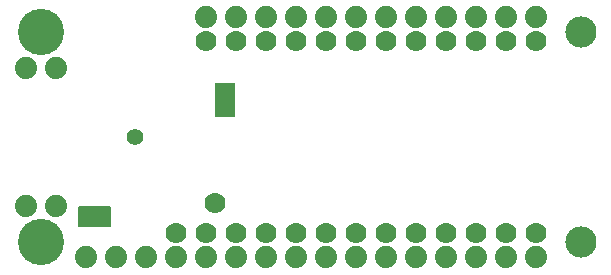
<source format=gbr>
G04 EAGLE Gerber RS-274X export*
G75*
%MOMM*%
%FSLAX34Y34*%
%LPD*%
%INSoldermask Bottom*%
%IPPOS*%
%AMOC8*
5,1,8,0,0,1.08239X$1,22.5*%
G01*
%ADD10C,2.641600*%
%ADD11C,3.911600*%
%ADD12C,1.879600*%
%ADD13C,1.401600*%
%ADD14C,1.778000*%
%ADD15R,1.270000X1.701800*%
%ADD16R,0.736600X0.304800*%
%ADD17R,1.651000X2.921000*%

G36*
X83938Y38116D02*
X83938Y38116D01*
X84057Y38123D01*
X84095Y38136D01*
X84136Y38141D01*
X84246Y38184D01*
X84359Y38221D01*
X84394Y38243D01*
X84431Y38258D01*
X84527Y38328D01*
X84628Y38391D01*
X84656Y38421D01*
X84689Y38444D01*
X84765Y38536D01*
X84846Y38623D01*
X84866Y38658D01*
X84891Y38689D01*
X84942Y38797D01*
X85000Y38901D01*
X85010Y38941D01*
X85027Y38977D01*
X85049Y39094D01*
X85079Y39209D01*
X85083Y39270D01*
X85087Y39290D01*
X85085Y39310D01*
X85089Y39370D01*
X85089Y54610D01*
X85074Y54728D01*
X85067Y54847D01*
X85054Y54885D01*
X85049Y54926D01*
X85006Y55036D01*
X84969Y55149D01*
X84947Y55184D01*
X84932Y55221D01*
X84863Y55317D01*
X84799Y55418D01*
X84769Y55446D01*
X84746Y55479D01*
X84654Y55555D01*
X84567Y55636D01*
X84532Y55656D01*
X84501Y55681D01*
X84393Y55732D01*
X84289Y55790D01*
X84249Y55800D01*
X84213Y55817D01*
X84096Y55839D01*
X83981Y55869D01*
X83921Y55873D01*
X83901Y55877D01*
X83880Y55875D01*
X83820Y55879D01*
X58420Y55879D01*
X58302Y55864D01*
X58183Y55857D01*
X58145Y55844D01*
X58104Y55839D01*
X57994Y55796D01*
X57881Y55759D01*
X57846Y55737D01*
X57809Y55722D01*
X57713Y55653D01*
X57612Y55589D01*
X57584Y55559D01*
X57551Y55536D01*
X57476Y55444D01*
X57394Y55357D01*
X57374Y55322D01*
X57349Y55291D01*
X57298Y55183D01*
X57240Y55079D01*
X57230Y55039D01*
X57213Y55003D01*
X57191Y54886D01*
X57161Y54771D01*
X57157Y54711D01*
X57153Y54691D01*
X57154Y54684D01*
X57153Y54682D01*
X57154Y54666D01*
X57151Y54610D01*
X57151Y39370D01*
X57166Y39252D01*
X57173Y39133D01*
X57186Y39095D01*
X57191Y39054D01*
X57234Y38944D01*
X57271Y38831D01*
X57293Y38796D01*
X57308Y38759D01*
X57378Y38663D01*
X57441Y38562D01*
X57471Y38534D01*
X57494Y38501D01*
X57586Y38426D01*
X57673Y38344D01*
X57708Y38324D01*
X57739Y38299D01*
X57847Y38248D01*
X57951Y38190D01*
X57991Y38180D01*
X58027Y38163D01*
X58144Y38141D01*
X58259Y38111D01*
X58320Y38107D01*
X58340Y38103D01*
X58360Y38105D01*
X58420Y38101D01*
X83820Y38101D01*
X83938Y38116D01*
G37*
D10*
X482600Y203200D03*
X482600Y25400D03*
D11*
X25400Y203200D03*
X25400Y25400D03*
D12*
X165100Y215900D03*
X190500Y215900D03*
X215900Y215900D03*
X241300Y215900D03*
X266700Y215900D03*
X292100Y215900D03*
X317500Y215900D03*
X342900Y215900D03*
X368300Y215900D03*
X393700Y215900D03*
X419100Y215900D03*
X444500Y215900D03*
X165100Y12700D03*
X190500Y12700D03*
X215900Y12700D03*
X241300Y12700D03*
X266700Y12700D03*
X292100Y12700D03*
X317500Y12700D03*
X342900Y12700D03*
X368300Y12700D03*
X393700Y12700D03*
X419100Y12700D03*
X444500Y12700D03*
X139700Y12700D03*
X114300Y12700D03*
X88900Y12700D03*
X63500Y12700D03*
D13*
X105000Y114300D03*
D14*
X165100Y195580D03*
X190500Y195580D03*
X215900Y195580D03*
X241300Y195580D03*
X266700Y195580D03*
X292100Y195580D03*
X317500Y195580D03*
X342900Y195580D03*
X368300Y195580D03*
X393700Y195580D03*
X419100Y195580D03*
X444500Y195580D03*
X444500Y33020D03*
X419100Y33020D03*
X393700Y33020D03*
X368300Y33020D03*
X342900Y33020D03*
X317500Y33020D03*
X292100Y33020D03*
X266700Y33020D03*
X241300Y33020D03*
X215900Y33020D03*
X190500Y33020D03*
X165100Y33020D03*
X139700Y33020D03*
D12*
X38100Y172720D03*
X12700Y172720D03*
X38100Y55880D03*
X12700Y55880D03*
D15*
X78740Y46990D03*
X63500Y46990D03*
D16*
X71120Y46990D03*
D17*
X181610Y146050D03*
D14*
X172720Y59055D03*
M02*

</source>
